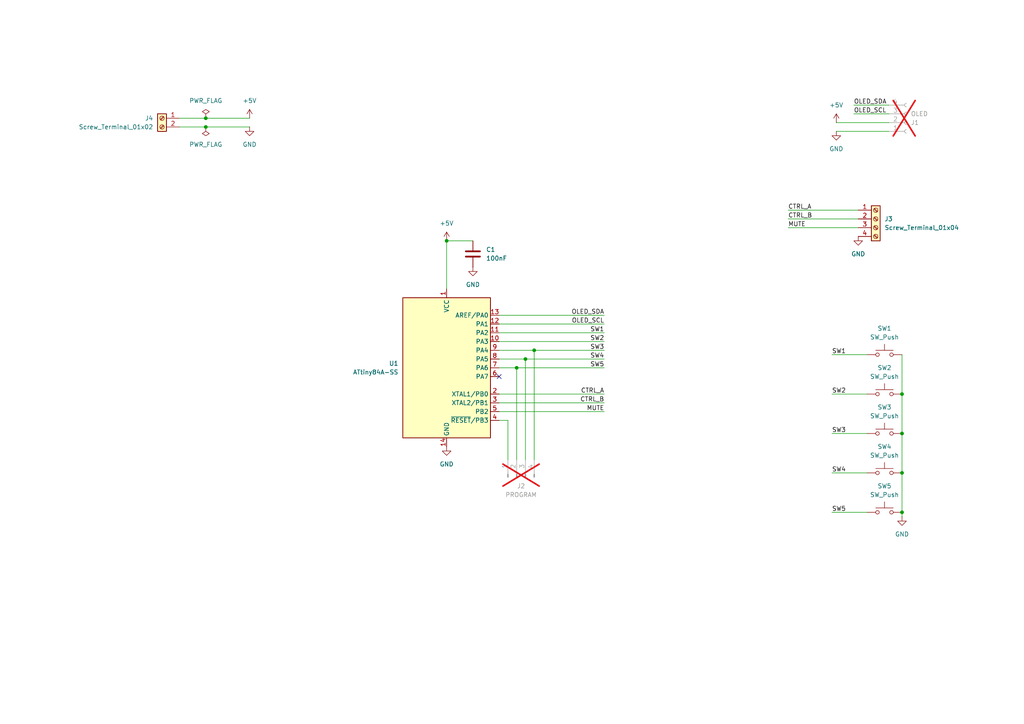
<source format=kicad_sch>
(kicad_sch (version 20250114) (generator "eeschema") (generator_version "9.0")
  (paper "A4")
  (lib_symbols
    (symbol "Connector:Conn_01x04_Pin" (pin_names (offset 1.016) (hide yes))
      (property "Reference" "J" (at 0 5.08 0))
      (property "Value" "Conn_01x04_Pin" (at 0 -7.62 0))
      (symbol "Conn_01x04_Pin_1_1"
        (rectangle (start 0.8636 2.667) (end 0 2.413) (stroke (width 0.1524)) (fill (type outline)))
        (rectangle (start 0.8636 0.127) (end 0 -0.127) (stroke (width 0.1524)) (fill (type outline)))
        (rectangle (start 0.8636 -2.413) (end 0 -2.667) (stroke (width 0.1524)) (fill (type outline)))
        (rectangle (start 0.8636 -4.953) (end 0 -5.207) (stroke (width 0.1524)) (fill (type outline)))
        (polyline (pts (xy 1.27 2.54) (xy 0.8636 2.54)) (stroke (width 0.1524)))
        (polyline (pts (xy 1.27 0) (xy 0.8636 0)) (stroke (width 0.1524)))
        (polyline (pts (xy 1.27 -2.54) (xy 0.8636 -2.54)) (stroke (width 0.1524)))
        (polyline (pts (xy 1.27 -5.08) (xy 0.8636 -5.08)) (stroke (width 0.1524)))
        (pin passive line (at 5.08 2.54 180) (length 3.81) (name "Pin_1") (number "1"))
        (pin passive line (at 5.08 0 180) (length 3.81) (name "Pin_2") (number "2"))
        (pin passive line (at 5.08 -2.54 180) (length 3.81) (name "Pin_3") (number "3"))
        (pin passive line (at 5.08 -5.08 180) (length 3.81) (name "Pin_4") (number "4"))
      )
    )
    (symbol "Connector:Conn_01x04_Socket" (pin_names (offset 1.016) (hide yes))
      (property "Reference" "J" (at 0 5.08 0))
      (property "Value" "Conn_01x04_Socket" (at 0 -7.62 0))
      (symbol "Conn_01x04_Socket_1_1"
        (polyline (pts (xy -1.27 2.54) (xy -0.508 2.54)) (stroke (width 0.1524)))
        (polyline (pts (xy -1.27 0) (xy -0.508 0)) (stroke (width 0.1524)))
        (polyline (pts (xy -1.27 -2.54) (xy -0.508 -2.54)) (stroke (width 0.1524)))
        (polyline (pts (xy -1.27 -5.08) (xy -0.508 -5.08)) (stroke (width 0.1524)))
        (arc (start 0 2.032) (mid -0.5058 2.54) (end 0 3.048) (stroke (width 0.1524)))
        (arc (start 0 -0.508) (mid -0.5058 0) (end 0 0.508) (stroke (width 0.1524)))
        (arc (start 0 -3.048) (mid -0.5058 -2.54) (end 0 -2.032) (stroke (width 0.1524)))
        (arc (start 0 -5.588) (mid -0.5058 -5.08) (end 0 -4.572) (stroke (width 0.1524)))
        (pin passive line (at -5.08 2.54 0) (length 3.81) (name "Pin_1") (number "1"))
        (pin passive line (at -5.08 0 0) (length 3.81) (name "Pin_2") (number "2"))
        (pin passive line (at -5.08 -2.54 0) (length 3.81) (name "Pin_3") (number "3"))
        (pin passive line (at -5.08 -5.08 0) (length 3.81) (name "Pin_4") (number "4"))
      )
    )
    (symbol "Connector:Screw_Terminal_01x02" (pin_names (offset 1.016) (hide yes))
      (property "Reference" "J" (at 0 2.54 0))
      (property "Value" "Screw_Terminal_01x02" (at 0 -5.08 0))
      (symbol "Screw_Terminal_01x02_1_1"
        (rectangle (start -1.27 1.27) (end 1.27 -3.81) (stroke (width 0.254)) (fill (type background)))
        (polyline (pts (xy -0.5334 0.3302) (xy 0.3302 -0.508)) (stroke (width 0.1524)))
        (polyline (pts (xy -0.5334 -2.2098) (xy 0.3302 -3.048)) (stroke (width 0.1524)))
        (polyline (pts (xy -0.3556 0.508) (xy 0.508 -0.3302)) (stroke (width 0.1524)))
        (polyline (pts (xy -0.3556 -2.032) (xy 0.508 -2.8702)) (stroke (width 0.1524)))
        (circle (center 0 0) (radius 0.635) (stroke (width 0.1524)))
        (circle (center 0 -2.54) (radius 0.635) (stroke (width 0.1524)))
        (pin passive line (at -5.08 0 0) (length 3.81) (name "Pin_1") (number "1"))
        (pin passive line (at -5.08 -2.54 0) (length 3.81) (name "Pin_2") (number "2"))
      )
    )
    (symbol "Connector:Screw_Terminal_01x04" (pin_names (offset 1.016) (hide yes))
      (property "Reference" "J" (at 0 5.08 0))
      (property "Value" "Screw_Terminal_01x04" (at 0 -7.62 0))
      (symbol "Screw_Terminal_01x04_1_1"
        (rectangle (start -1.27 3.81) (end 1.27 -6.35) (stroke (width 0.254)) (fill (type background)))
        (polyline (pts (xy -0.5334 2.8702) (xy 0.3302 2.032)) (stroke (width 0.1524)))
        (polyline (pts (xy -0.5334 0.3302) (xy 0.3302 -0.508)) (stroke (width 0.1524)))
        (polyline (pts (xy -0.5334 -2.2098) (xy 0.3302 -3.048)) (stroke (width 0.1524)))
        (polyline (pts (xy -0.5334 -4.7498) (xy 0.3302 -5.588)) (stroke (width 0.1524)))
        (polyline (pts (xy -0.3556 3.048) (xy 0.508 2.2098)) (stroke (width 0.1524)))
        (polyline (pts (xy -0.3556 0.508) (xy 0.508 -0.3302)) (stroke (width 0.1524)))
        (polyline (pts (xy -0.3556 -2.032) (xy 0.508 -2.8702)) (stroke (width 0.1524)))
        (polyline (pts (xy -0.3556 -4.572) (xy 0.508 -5.4102)) (stroke (width 0.1524)))
        (circle (center 0 2.54) (radius 0.635) (stroke (width 0.1524)))
        (circle (center 0 0) (radius 0.635) (stroke (width 0.1524)))
        (circle (center 0 -2.54) (radius 0.635) (stroke (width 0.1524)))
        (circle (center 0 -5.08) (radius 0.635) (stroke (width 0.1524)))
        (pin passive line (at -5.08 2.54 0) (length 3.81) (name "Pin_1") (number "1"))
        (pin passive line (at -5.08 0 0) (length 3.81) (name "Pin_2") (number "2"))
        (pin passive line (at -5.08 -2.54 0) (length 3.81) (name "Pin_3") (number "3"))
        (pin passive line (at -5.08 -5.08 0) (length 3.81) (name "Pin_4") (number "4"))
      )
    )
    (symbol "Device:C" (pin_numbers (hide yes)) (pin_names (offset 0.254))
      (property "Reference" "C" (at 0.635 2.54 0))
      (property "Value" "C" (at 0.635 -2.54 0))
      (symbol "C_0_1"
        (polyline (pts (xy -2.032 0.762) (xy 2.032 0.762)) (stroke (width 0.508)))
        (polyline (pts (xy -2.032 -0.762) (xy 2.032 -0.762)) (stroke (width 0.508)))
      )
      (symbol "C_1_1"
        (pin passive line (at 0 3.81 270) (length 2.794) (name "~") (number "1"))
        (pin passive line (at 0 -3.81 90) (length 2.794) (name "~") (number "2"))
      )
    )
    (symbol "MCU_Microchip_ATtiny:ATtiny84A-SS"
      (property "Reference" "U" (at -12.7 21.59 0))
      (property "Value" "ATtiny84A-SS" (at 2.54 -21.59 0))
      (symbol "ATtiny84A-SS_0_1"
        (rectangle (start -12.7 -20.32) (end 12.7 20.32) (stroke (width 0.254)) (fill (type background)))
      )
      (symbol "ATtiny84A-SS_1_1"
        (pin power_in line (at 0 22.86 270) (length 2.54) (name "VCC") (number "1"))
        (pin power_in line (at 0 -22.86 90) (length 2.54) (name "GND") (number "14"))
        (pin bidirectional line (at 15.24 15.24 180) (length 2.54) (name "AREF/PA0") (number "13"))
        (pin bidirectional line (at 15.24 12.7 180) (length 2.54) (name "PA1") (number "12"))
        (pin bidirectional line (at 15.24 10.16 180) (length 2.54) (name "PA2") (number "11"))
        (pin bidirectional line (at 15.24 7.62 180) (length 2.54) (name "PA3") (number "10"))
        (pin bidirectional line (at 15.24 5.08 180) (length 2.54) (name "PA4") (number "9"))
        (pin bidirectional line (at 15.24 2.54 180) (length 2.54) (name "PA5") (number "8"))
        (pin bidirectional line (at 15.24 0 180) (length 2.54) (name "PA6") (number "7"))
        (pin bidirectional line (at 15.24 -2.54 180) (length 2.54) (name "PA7") (number "6"))
        (pin bidirectional line (at 15.24 -7.62 180) (length 2.54) (name "XTAL1/PB0") (number "2"))
        (pin bidirectional line (at 15.24 -10.16 180) (length 2.54) (name "XTAL2/PB1") (number "3"))
        (pin bidirectional line (at 15.24 -12.7 180) (length 2.54) (name "PB2") (number "5"))
        (pin bidirectional line (at 15.24 -15.24 180) (length 2.54) (name "~{RESET}/PB3") (number "4"))
      )
    )
    (symbol "Switch:SW_Push" (pin_numbers (hide yes)) (pin_names (offset 1.016) (hide yes))
      (property "Reference" "SW" (at 1.27 2.54 0))
      (property "Value" "SW_Push" (at 0 -1.524 0))
      (symbol "SW_Push_0_1"
        (circle (center -2.032 0) (radius 0.508))
        (polyline (pts (xy 0 1.27) (xy 0 3.048)))
        (circle (center 2.032 0) (radius 0.508))
        (polyline (pts (xy 2.54 1.27) (xy -2.54 1.27)))
        (pin passive line (at -5.08 0 0) (length 2.54) (name "1") (number "1"))
        (pin passive line (at 5.08 0 180) (length 2.54) (name "2") (number "2"))
      )
    )
    (symbol "power:+5V" (power) (pin_numbers (hide yes)) (pin_names (offset 0) (hide yes))
      (property "Value" "+5V" (at 0 3.556 0))
      (symbol "+5V_0_1"
        (polyline (pts (xy -0.762 1.27) (xy 0 2.54)))
        (polyline (pts (xy 0 2.54) (xy 0.762 1.27)))
        (polyline (pts (xy 0 0) (xy 0 2.54)))
      )
      (symbol "+5V_1_1"
        (pin power_in line (at 0 0 90) (length 0) (name "~") (number "1"))
      )
    )
    (symbol "power:GND" (power) (pin_numbers (hide yes)) (pin_names (offset 0) (hide yes))
      (property "Value" "GND" (at 0 -3.81 0))
      (symbol "GND_0_1"
        (polyline (pts (xy 0 0) (xy 0 -1.27) (xy 1.27 -1.27) (xy 0 -2.54) (xy -1.27 -1.27) (xy 0 -1.27)))
      )
      (symbol "GND_1_1"
        (pin power_in line (at 0 0 270) (length 0) (name "~") (number "1"))
      )
    )
    (symbol "power:PWR_FLAG" (power) (pin_numbers (hide yes)) (pin_names (offset 0) (hide yes))
      (property "Value" "PWR_FLAG" (at 0 3.81 0))
      (symbol "PWR_FLAG_0_0"
        (pin power_out line (at 0 0 90) (length 0) (name "~") (number "1"))
      )
      (symbol "PWR_FLAG_0_1"
        (polyline (pts (xy 0 0) (xy 0 1.27) (xy -1.016 1.905) (xy 0 2.54) (xy 1.016 1.905) (xy 0 1.27)))
      )
    )
  )
  (junction (at 149.86 106.68))
  (junction (at 261.62 114.3))
  (junction (at 152.4 104.14))
  (junction (at 261.62 137.16))
  (junction (at 154.94 101.6))
  (junction (at 261.62 125.73))
  (junction (at 59.69 36.83))
  (junction (at 59.69 34.29))
  (junction (at 261.62 148.59))
  (junction (at 129.54 69.85))
  (no_connect (at 144.78 109.22))
  (wire (pts (xy 72.39 36.83) (xy 59.69 36.83)))
  (wire (pts (xy 152.4 104.14) (xy 152.4 133.35)))
  (wire (pts (xy 144.78 121.92) (xy 147.32 121.92)))
  (wire (pts (xy 144.78 101.6) (xy 154.94 101.6)))
  (wire (pts (xy 144.78 96.52) (xy 175.26 96.52)))
  (wire (pts (xy 129.54 69.85) (xy 129.54 83.82)))
  (wire (pts (xy 147.32 121.92) (xy 147.32 133.35)))
  (wire (pts (xy 247.65 33.02) (xy 257.81 33.02)))
  (wire (pts (xy 149.86 106.68) (xy 149.86 133.35)))
  (wire (pts (xy 144.78 99.06) (xy 175.26 99.06)))
  (wire (pts (xy 228.6 66.04) (xy 248.92 66.04)))
  (wire (pts (xy 247.65 30.48) (xy 257.81 30.48)))
  (wire (pts (xy 154.94 101.6) (xy 154.94 133.35)))
  (wire (pts (xy 144.78 93.98) (xy 175.26 93.98)))
  (wire (pts (xy 59.69 36.83) (xy 52.07 36.83)))
  (wire (pts (xy 152.4 104.14) (xy 175.26 104.14)))
  (wire (pts (xy 261.62 137.16) (xy 261.62 148.59)))
  (wire (pts (xy 241.3 125.73) (xy 251.46 125.73)))
  (wire (pts (xy 241.3 148.59) (xy 251.46 148.59)))
  (wire (pts (xy 59.69 34.29) (xy 52.07 34.29)))
  (wire (pts (xy 261.62 125.73) (xy 261.62 137.16)))
  (wire (pts (xy 241.3 137.16) (xy 251.46 137.16)))
  (wire (pts (xy 261.62 114.3) (xy 261.62 125.73)))
  (wire (pts (xy 241.3 102.87) (xy 251.46 102.87)))
  (wire (pts (xy 242.57 35.56) (xy 257.81 35.56)))
  (wire (pts (xy 228.6 63.5) (xy 248.92 63.5)))
  (wire (pts (xy 261.62 102.87) (xy 261.62 114.3)))
  (wire (pts (xy 144.78 114.3) (xy 175.26 114.3)))
  (wire (pts (xy 228.6 60.96) (xy 248.92 60.96)))
  (wire (pts (xy 144.78 116.84) (xy 175.26 116.84)))
  (wire (pts (xy 72.39 34.29) (xy 59.69 34.29)))
  (wire (pts (xy 144.78 91.44) (xy 175.26 91.44)))
  (wire (pts (xy 261.62 148.59) (xy 261.62 149.86)))
  (wire (pts (xy 144.78 104.14) (xy 152.4 104.14)))
  (wire (pts (xy 144.78 106.68) (xy 149.86 106.68)))
  (wire (pts (xy 129.54 69.85) (xy 137.16 69.85)))
  (wire (pts (xy 154.94 101.6) (xy 175.26 101.6)))
  (wire (pts (xy 144.78 119.38) (xy 175.26 119.38)))
  (wire (pts (xy 242.57 38.1) (xy 257.81 38.1)))
  (wire (pts (xy 241.3 114.3) (xy 251.46 114.3)))
  (wire (pts (xy 149.86 106.68) (xy 175.26 106.68)))
  (label "SW5" (at 175.26 106.68 180))
  (label "SW4" (at 241.3 137.16 0))
  (label "SW1" (at 175.26 96.52 180))
  (label "OLED_SCL" (at 175.26 93.98 180))
  (label "SW3" (at 175.26 101.6 180))
  (label "SW4" (at 175.26 104.14 180))
  (label "CTRL_A" (at 228.6 60.96 0))
  (label "SW2" (at 175.26 99.06 180))
  (label "CTRL_B" (at 175.26 116.84 180))
  (label "CTRL_B" (at 228.6 63.5 0))
  (label "OLED_SCL" (at 247.65 33.02 0))
  (label "SW1" (at 241.3 102.87 0))
  (label "SW2" (at 241.3 114.3 0))
  (label "SW3" (at 241.3 125.73 0))
  (label "OLED_SDA" (at 247.65 30.48 0))
  (label "OLED_SDA" (at 175.26 91.44 180))
  (label "SW5" (at 241.3 148.59 0))
  (label "MUTE" (at 228.6 66.04 0))
  (label "MUTE" (at 175.26 119.38 180))
  (label "CTRL_A" (at 175.26 114.3 180))
  (symbol (lib_id "Device:C") (at 137.16 73.66 0) (unit 1)
    (property "Reference" "C1" (at 140.97 72.3899 0) (effects (justify left)))
    (property "Value" "100nF" (at 140.97 74.9299 0) (effects (justify left)))
    (property "Footprint" "Capacitor_THT:C_Disc_D6.0mm_W2.5mm_P5.00mm" (effects (hide yes)))
    (property "Datasheet" "https://www.mouser.com/datasheet/2/210/POE_D13_00_E_RD-1663659.pdf" (effects (hide yes)))
    (property "Description" "Unpolarized capacitor" (effects (hide yes)))
    (property "Mouser PN" "791-RD21B104K500A5HA " (effects (hide yes)))
  )
  (symbol (lib_id "power:GND") (at 137.16 77.47 0) (unit 1)
    (property "Reference" "#PWR05" (effects (hide yes)))
    (property "Value" "GND" (at 137.16 82.55 0))
    (property "Description" "Power symbol creates a global label with name \"GND\" , ground" (effects (hide yes)))
  )
  (symbol (lib_id "MCU_Microchip_ATtiny:ATtiny84A-SS") (at 129.54 106.68 0) (unit 1)
    (property "Reference" "U1" (at 115.57 105.4099 0) (effects (justify right)))
    (property "Value" "ATtiny84A-SS" (at 115.57 107.9499 0) (effects (justify right)))
    (property "Footprint" "Package_SO:SOIC-14_3.9x8.7mm_P1.27mm" (effects (hide yes)))
    (property "Datasheet" "http://ww1.microchip.com/downloads/en/DeviceDoc/doc8183.pdf" (effects (hide yes)))
    (property "Description" "20MHz, 8kB Flash, 512B SRAM, 512B EEPROM, debugWIRE, SOIC-14" (effects (hide yes)))
    (property "Mouser PN" "556-ATTINY84A-SSFR" (effects (hide yes)))
  )
  (symbol (lib_id "power:GND") (at 242.57 38.1 0) (unit 1)
    (property "Reference" "#PWR03" (effects (hide yes)))
    (property "Value" "GND" (at 242.57 43.18 0))
    (property "Description" "Power symbol creates a global label with name \"GND\" , ground" (effects (hide yes)))
  )
  (symbol (lib_id "Connector:Screw_Terminal_01x02") (at 46.99 34.29 0) (mirror y) (unit 1)
    (property "Reference" "J4" (at 44.45 34.2899 0) (effects (justify left)))
    (property "Value" "Screw_Terminal_01x02" (at 44.45 36.8299 0) (effects (justify left)))
    (property "Footprint" "TerminalBlock_CUI:TerminalBlock_CUI_TB007-508-02_1x02_P5.08mm_Horizontal" (effects (hide yes)))
    (property "Datasheet" "https://www.cuidevices.com/product/resource/tb007-508.pdf" (effects (hide yes)))
    (property "Description" "Generic screw terminal, single row, 01x02, script generated (kicad-library-utils/schlib/autogen/connector/)" (effects (hide yes)))
    (property "Mouser PN" "490-TB007-508-02BE " (effects (hide yes)))
  )
  (symbol (lib_id "Connector:Screw_Terminal_01x04") (at 254 63.5 0) (unit 1)
    (property "Reference" "J3" (at 256.54 63.4999 0) (effects (justify left)))
    (property "Value" "Screw_Terminal_01x04" (at 256.54 66.0399 0) (effects (justify left)))
    (property "Footprint" "Connector_Phoenix_MSTB:PhoenixContact_MSTBA_2,5_4-G-5,08_1x04_P5.08mm_Horizontal" (effects (hide yes)))
    (property "Datasheet" "https://www.phoenixcontact.com/en-us/products/pcb-header-mstba-25-4-g-508-1757268?type=pdf" (effects (hide yes)))
    (property "Description" "Generic screw terminal, single row, 01x04, script generated (kicad-library-utils/schlib/autogen/connector/)" (effects (hide yes)))
    (property "Mouser PN" "651-1757268 " (effects (hide yes)))
  )
  (symbol (lib_id "power:PWR_FLAG") (at 59.69 34.29 0) (unit 1)
    (property "Reference" "#FLG01" (effects (hide yes)))
    (property "Value" "PWR_FLAG" (at 59.69 29.21 0))
    (property "Description" "Special symbol for telling ERC where power comes from" (effects (hide yes)))
  )
  (symbol (lib_id "power:GND") (at 248.92 68.58 0) (unit 1)
    (property "Reference" "#PWR09" (effects (hide yes)))
    (property "Value" "GND" (at 248.92 73.66 0))
    (property "Description" "Power symbol creates a global label with name \"GND\" , ground" (effects (hide yes)))
  )
  (symbol (lib_id "Connector:Conn_01x04_Socket") (at 262.89 35.56 0) (mirror x) (unit 1) (in_bom no) (dnp yes)
    (property "Reference" "J1" (at 264.16 35.5601 0) (effects (justify left)))
    (property "Value" "OLED" (at 264.16 33.0201 0) (effects (justify left)))
    (property "Footprint" "KiCad-SSD1306-0.91-OLED-4pin-128x32:SSD1306-0.91-OLED-4pin-128x32" (effects (hide yes)))
    (property "Description" "Generic connector, single row, 01x04, script generated" (effects (hide yes)))
  )
  (symbol (lib_id "Switch:SW_Push") (at 256.54 137.16 0) (unit 1)
    (property "Reference" "SW4" (at 256.54 129.54 0))
    (property "Value" "SW_Push" (at 256.54 132.08 0))
    (property "Footprint" "Button_Switch_THT:SW_PUSH_6mm" (effects (hide yes)))
    (property "Datasheet" "https://www.mouser.com/datasheet/2/1628/ts02-3511329.pdf" (effects (hide yes)))
    (property "Description" "Push button switch, generic, two pins" (effects (hide yes)))
    (property "Mouser PN" "179-TS026655BK260LCR" (effects (hide yes)))
  )
  (symbol (lib_id "power:+5V") (at 129.54 69.85 0) (unit 1)
    (property "Reference" "#PWR01" (effects (hide yes)))
    (property "Value" "+5V" (at 129.54 64.77 0))
    (property "Description" "Power symbol creates a global label with name \"+5V\"" (effects (hide yes)))
  )
  (symbol (lib_id "power:GND") (at 129.54 129.54 0) (unit 1)
    (property "Reference" "#PWR02" (effects (hide yes)))
    (property "Value" "GND" (at 129.54 134.62 0))
    (property "Description" "Power symbol creates a global label with name \"GND\" , ground" (effects (hide yes)))
  )
  (symbol (lib_id "power:GND") (at 261.62 149.86 0) (unit 1)
    (property "Reference" "#PWR06" (effects (hide yes)))
    (property "Value" "GND" (at 261.62 154.94 0))
    (property "Description" "Power symbol creates a global label with name \"GND\" , ground" (effects (hide yes)))
  )
  (symbol (lib_id "Switch:SW_Push") (at 256.54 114.3 0) (unit 1)
    (property "Reference" "SW2" (at 256.54 106.68 0))
    (property "Value" "SW_Push" (at 256.54 109.22 0))
    (property "Footprint" "Button_Switch_THT:SW_PUSH_6mm" (effects (hide yes)))
    (property "Datasheet" "https://www.mouser.com/datasheet/2/1628/ts02-3511329.pdf" (effects (hide yes)))
    (property "Description" "Push button switch, generic, two pins" (effects (hide yes)))
    (property "Mouser PN" "179-TS026655BK260LCR" (effects (hide yes)))
  )
  (symbol (lib_id "power:PWR_FLAG") (at 59.69 36.83 180) (unit 1)
    (property "Reference" "#FLG02" (effects (hide yes)))
    (property "Value" "PWR_FLAG" (at 59.69 41.91 0))
    (property "Description" "Special symbol for telling ERC where power comes from" (effects (hide yes)))
  )
  (symbol (lib_id "power:+5V") (at 72.39 34.29 0) (unit 1)
    (property "Reference" "#PWR07" (effects (hide yes)))
    (property "Value" "+5V" (at 72.39 29.21 0))
    (property "Description" "Power symbol creates a global label with name \"+5V\"" (effects (hide yes)))
  )
  (symbol (lib_id "Connector:Conn_01x04_Pin") (at 149.86 138.43 90) (unit 1) (in_bom no) (dnp yes)
    (property "Reference" "J2" (at 151.13 140.97 90))
    (property "Value" "PROGRAM" (at 151.13 143.51 90))
    (property "Footprint" "Connector_PinHeader_2.54mm:PinHeader_1x04_P2.54mm_Vertical" (effects (hide yes)))
    (property "Description" "Generic connector, single row, 01x04, script generated" (effects (hide yes)))
  )
  (symbol (lib_id "power:GND") (at 72.39 36.83 0) (unit 1)
    (property "Reference" "#PWR08" (effects (hide yes)))
    (property "Value" "GND" (at 72.39 41.91 0))
    (property "Description" "Power symbol creates a global label with name \"GND\" , ground" (effects (hide yes)))
  )
  (symbol (lib_id "Switch:SW_Push") (at 256.54 125.73 0) (unit 1)
    (property "Reference" "SW3" (at 256.54 118.11 0))
    (property "Value" "SW_Push" (at 256.54 120.65 0))
    (property "Footprint" "Button_Switch_THT:SW_PUSH_6mm" (effects (hide yes)))
    (property "Datasheet" "https://www.mouser.com/datasheet/2/1628/ts02-3511329.pdf" (effects (hide yes)))
    (property "Description" "Push button switch, generic, two pins" (effects (hide yes)))
    (property "Mouser PN" "179-TS026655BK260LCR" (effects (hide yes)))
  )
  (symbol (lib_id "Switch:SW_Push") (at 256.54 148.59 0) (unit 1)
    (property "Reference" "SW5" (at 256.54 140.97 0))
    (property "Value" "SW_Push" (at 256.54 143.51 0))
    (property "Footprint" "Button_Switch_THT:SW_PUSH_6mm" (effects (hide yes)))
    (property "Datasheet" "https://www.mouser.com/datasheet/2/1628/ts02-3511329.pdf" (effects (hide yes)))
    (property "Description" "Push button switch, generic, two pins" (effects (hide yes)))
    (property "Mouser PN" "179-TS026655BK260LCR" (effects (hide yes)))
  )
  (symbol (lib_id "power:+5V") (at 242.57 35.56 0) (unit 1)
    (property "Reference" "#PWR04" (effects (hide yes)))
    (property "Value" "+5V" (at 242.57 30.48 0))
    (property "Description" "Power symbol creates a global label with name \"+5V\"" (effects (hide yes)))
  )
  (symbol (lib_id "Switch:SW_Push") (at 256.54 102.87 0) (unit 1)
    (property "Reference" "SW1" (at 256.54 95.25 0))
    (property "Value" "SW_Push" (at 256.54 97.79 0))
    (property "Footprint" "Button_Switch_THT:SW_PUSH_6mm" (effects (hide yes)))
    (property "Datasheet" "https://www.mouser.com/datasheet/2/1628/ts02-3511329.pdf" (effects (hide yes)))
    (property "Description" "Push button switch, generic, two pins" (effects (hide yes)))
    (property "Mouser PN" "179-TS026655BK260LCR" (effects (hide yes)))
  )
)
</source>
